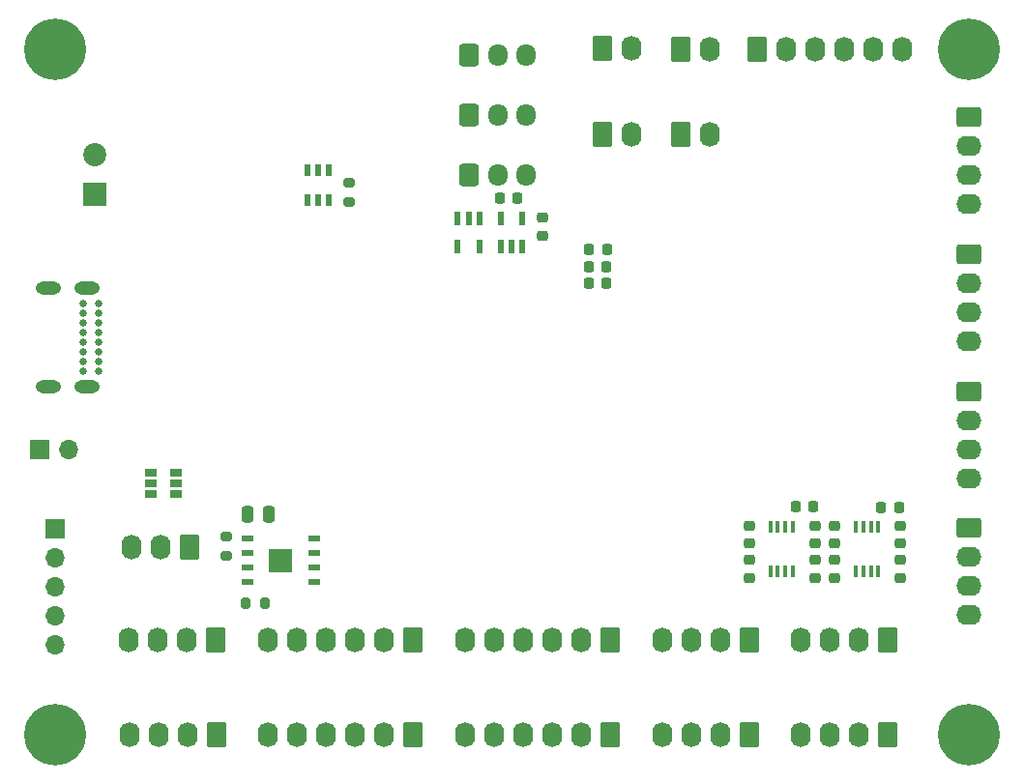
<source format=gbr>
%TF.GenerationSoftware,KiCad,Pcbnew,(6.0.0-rc1-29-g9238b27f63)*%
%TF.CreationDate,2021-12-03T12:49:23+01:00*%
%TF.ProjectId,robolympics_hub,726f626f-6c79-46d7-9069-63735f687562,rev?*%
%TF.SameCoordinates,Original*%
%TF.FileFunction,Soldermask,Bot*%
%TF.FilePolarity,Negative*%
%FSLAX46Y46*%
G04 Gerber Fmt 4.6, Leading zero omitted, Abs format (unit mm)*
G04 Created by KiCad (PCBNEW (6.0.0-rc1-29-g9238b27f63)) date 2021-12-03 12:49:23*
%MOMM*%
%LPD*%
G01*
G04 APERTURE LIST*
G04 Aperture macros list*
%AMRoundRect*
0 Rectangle with rounded corners*
0 $1 Rounding radius*
0 $2 $3 $4 $5 $6 $7 $8 $9 X,Y pos of 4 corners*
0 Add a 4 corners polygon primitive as box body*
4,1,4,$2,$3,$4,$5,$6,$7,$8,$9,$2,$3,0*
0 Add four circle primitives for the rounded corners*
1,1,$1+$1,$2,$3*
1,1,$1+$1,$4,$5*
1,1,$1+$1,$6,$7*
1,1,$1+$1,$8,$9*
0 Add four rect primitives between the rounded corners*
20,1,$1+$1,$2,$3,$4,$5,0*
20,1,$1+$1,$4,$5,$6,$7,0*
20,1,$1+$1,$6,$7,$8,$9,0*
20,1,$1+$1,$8,$9,$2,$3,0*%
G04 Aperture macros list end*
%ADD10RoundRect,0.250000X0.620000X0.845000X-0.620000X0.845000X-0.620000X-0.845000X0.620000X-0.845000X0*%
%ADD11O,1.740000X2.190000*%
%ADD12R,1.700000X1.700000*%
%ADD13O,1.700000X1.700000*%
%ADD14RoundRect,0.250000X-0.600000X-0.725000X0.600000X-0.725000X0.600000X0.725000X-0.600000X0.725000X0*%
%ADD15O,1.700000X1.950000*%
%ADD16C,5.400000*%
%ADD17RoundRect,0.250000X-0.620000X-0.845000X0.620000X-0.845000X0.620000X0.845000X-0.620000X0.845000X0*%
%ADD18RoundRect,0.250000X-0.845000X0.620000X-0.845000X-0.620000X0.845000X-0.620000X0.845000X0.620000X0*%
%ADD19O,2.190000X1.740000*%
%ADD20C,0.650000*%
%ADD21O,2.216000X1.108000*%
%ADD22R,2.025000X2.025000*%
%ADD23C,2.025000*%
%ADD24R,1.060000X0.650000*%
%ADD25R,0.450000X1.100000*%
%ADD26R,0.500000X1.250000*%
%ADD27RoundRect,0.218750X0.218750X0.256250X-0.218750X0.256250X-0.218750X-0.256250X0.218750X-0.256250X0*%
%ADD28RoundRect,0.218750X-0.218750X-0.256250X0.218750X-0.256250X0.218750X0.256250X-0.218750X0.256250X0*%
%ADD29RoundRect,0.200000X-0.275000X0.200000X-0.275000X-0.200000X0.275000X-0.200000X0.275000X0.200000X0*%
%ADD30RoundRect,0.218750X0.256250X-0.218750X0.256250X0.218750X-0.256250X0.218750X-0.256250X-0.218750X0*%
%ADD31RoundRect,0.218750X-0.256250X0.218750X-0.256250X-0.218750X0.256250X-0.218750X0.256250X0.218750X0*%
%ADD32R,0.550000X1.050000*%
%ADD33RoundRect,0.250000X-0.250000X-0.475000X0.250000X-0.475000X0.250000X0.475000X-0.250000X0.475000X0*%
%ADD34R,1.100000X0.500000*%
%ADD35R,2.000000X2.000000*%
%ADD36RoundRect,0.200000X0.200000X0.275000X-0.200000X0.275000X-0.200000X-0.275000X0.200000X-0.275000X0*%
G04 APERTURE END LIST*
D10*
%TO.C,J19*%
X174060000Y-116750000D03*
D11*
X171520000Y-116750000D03*
X168980000Y-116750000D03*
X166440000Y-116750000D03*
%TD*%
D10*
%TO.C,J23*%
X208600000Y-125000000D03*
D11*
X206060000Y-125000000D03*
X203520000Y-125000000D03*
X200980000Y-125000000D03*
X198440000Y-125000000D03*
X195900000Y-125000000D03*
%TD*%
D10*
%TO.C,J4*%
X171740000Y-108580000D03*
D11*
X169200000Y-108580000D03*
X166660000Y-108580000D03*
%TD*%
D12*
%TO.C,J3*%
X160000000Y-107000000D03*
D13*
X160000000Y-109540000D03*
X160000000Y-112080000D03*
X160000000Y-114620000D03*
X160000000Y-117160000D03*
%TD*%
D10*
%TO.C,J7*%
X220810000Y-116730000D03*
D11*
X218270000Y-116730000D03*
X215730000Y-116730000D03*
X213190000Y-116730000D03*
%TD*%
D14*
%TO.C,J9*%
X196250000Y-70750000D03*
D15*
X198750000Y-70750000D03*
X201250000Y-70750000D03*
%TD*%
D16*
%TO.C,H4*%
X160000000Y-125000000D03*
%TD*%
D17*
%TO.C,J27*%
X214730000Y-72420000D03*
D11*
X217270000Y-72420000D03*
%TD*%
D10*
%TO.C,J20*%
X220810000Y-125000000D03*
D11*
X218270000Y-125000000D03*
X215730000Y-125000000D03*
X213190000Y-125000000D03*
%TD*%
D10*
%TO.C,J22*%
X208600000Y-116750000D03*
D11*
X206060000Y-116750000D03*
X203520000Y-116750000D03*
X200980000Y-116750000D03*
X198440000Y-116750000D03*
X195900000Y-116750000D03*
%TD*%
D12*
%TO.C,J11*%
X158670000Y-100000000D03*
D13*
X161210000Y-100000000D03*
%TD*%
D18*
%TO.C,J16*%
X240000000Y-106920000D03*
D19*
X240000000Y-109460000D03*
X240000000Y-112000000D03*
X240000000Y-114540000D03*
%TD*%
D16*
%TO.C,H3*%
X160000000Y-65000000D03*
%TD*%
D20*
%TO.C,J28*%
X163775000Y-87275000D03*
X163775000Y-88125000D03*
X163775000Y-88975000D03*
X163775000Y-89825000D03*
X163775000Y-90675000D03*
X163775000Y-91525000D03*
X163775000Y-92375000D03*
X163775000Y-93225000D03*
X162425000Y-93225000D03*
X162425000Y-92375000D03*
X162425000Y-91525000D03*
X162425000Y-90675000D03*
X162425000Y-89825000D03*
X162425000Y-88975000D03*
X162425000Y-88125000D03*
X162425000Y-87275000D03*
D21*
X162795000Y-85925000D03*
X162795000Y-94575000D03*
X159415000Y-94575000D03*
X159415000Y-85925000D03*
%TD*%
D17*
%TO.C,J26*%
X207930000Y-64900000D03*
D11*
X210470000Y-64900000D03*
%TD*%
D18*
%TO.C,J12*%
X240000000Y-82920000D03*
D19*
X240000000Y-85460000D03*
X240000000Y-88000000D03*
X240000000Y-90540000D03*
%TD*%
D22*
%TO.C,J21*%
X163500000Y-77687500D03*
D23*
X163500000Y-74187500D03*
%TD*%
D16*
%TO.C,H2*%
X240000000Y-125000000D03*
%TD*%
D18*
%TO.C,J17*%
X240000000Y-70920000D03*
D19*
X240000000Y-73460000D03*
X240000000Y-76000000D03*
X240000000Y-78540000D03*
%TD*%
D10*
%TO.C,J15*%
X232870000Y-125000000D03*
D11*
X230330000Y-125000000D03*
X227790000Y-125000000D03*
X225250000Y-125000000D03*
%TD*%
D16*
%TO.C,H1*%
X240000000Y-65000000D03*
%TD*%
D17*
%TO.C,J1*%
X207930000Y-72420000D03*
D11*
X210470000Y-72420000D03*
%TD*%
D10*
%TO.C,J18*%
X174120000Y-124980000D03*
D11*
X171580000Y-124980000D03*
X169040000Y-124980000D03*
X166500000Y-124980000D03*
%TD*%
D14*
%TO.C,J10*%
X196250000Y-65500000D03*
D15*
X198750000Y-65500000D03*
X201250000Y-65500000D03*
%TD*%
D14*
%TO.C,J8*%
X196250000Y-76000000D03*
D15*
X198750000Y-76000000D03*
X201250000Y-76000000D03*
%TD*%
D17*
%TO.C,J5*%
X221450000Y-65020000D03*
D11*
X223990000Y-65020000D03*
X226530000Y-65020000D03*
X229070000Y-65020000D03*
X231610000Y-65020000D03*
X234150000Y-65020000D03*
%TD*%
D17*
%TO.C,J25*%
X214730000Y-65020000D03*
D11*
X217270000Y-65020000D03*
%TD*%
D10*
%TO.C,J24*%
X191330000Y-125000000D03*
D11*
X188790000Y-125000000D03*
X186250000Y-125000000D03*
X183710000Y-125000000D03*
X181170000Y-125000000D03*
X178630000Y-125000000D03*
%TD*%
D10*
%TO.C,J6*%
X191330000Y-116750000D03*
D11*
X188790000Y-116750000D03*
X186250000Y-116750000D03*
X183710000Y-116750000D03*
X181170000Y-116750000D03*
X178630000Y-116750000D03*
%TD*%
D18*
%TO.C,J13*%
X240000000Y-94920000D03*
D19*
X240000000Y-97460000D03*
X240000000Y-100000000D03*
X240000000Y-102540000D03*
%TD*%
D10*
%TO.C,J14*%
X232870000Y-116750000D03*
D11*
X230330000Y-116750000D03*
X227790000Y-116750000D03*
X225250000Y-116750000D03*
%TD*%
D24*
%TO.C,U4*%
X170600000Y-102050000D03*
X170600000Y-103000000D03*
X170600000Y-103950000D03*
X168400000Y-103950000D03*
X168400000Y-103000000D03*
X168400000Y-102050000D03*
%TD*%
D25*
%TO.C,IC7*%
X232075000Y-110700000D03*
X231425000Y-110700000D03*
X230775000Y-110700000D03*
X230125000Y-110700000D03*
X230125000Y-106800000D03*
X230775000Y-106800000D03*
X231425000Y-106800000D03*
X232075000Y-106800000D03*
%TD*%
D26*
%TO.C,IC4*%
X195250000Y-79775484D03*
X196200000Y-79775484D03*
X197150000Y-79775484D03*
X197150000Y-82275484D03*
X195250000Y-82275484D03*
%TD*%
D27*
%TO.C,R18*%
X208287500Y-84000000D03*
X206712500Y-84000000D03*
%TD*%
D28*
%TO.C,C17*%
X232312500Y-105100000D03*
X233887500Y-105100000D03*
%TD*%
D29*
%TO.C,R10*%
X175000000Y-107675000D03*
X175000000Y-109325000D03*
%TD*%
D30*
%TO.C,C19*%
X226500000Y-108287500D03*
X226500000Y-106712500D03*
%TD*%
D27*
%TO.C,R20*%
X208300000Y-82500000D03*
X206725000Y-82500000D03*
%TD*%
D30*
%TO.C,C20*%
X234000000Y-108287500D03*
X234000000Y-106712500D03*
%TD*%
D31*
%TO.C,C29*%
X202700000Y-79737984D03*
X202700000Y-81312984D03*
%TD*%
%TO.C,R13*%
X234000000Y-109712500D03*
X234000000Y-111287500D03*
%TD*%
D28*
%TO.C,C18*%
X224812500Y-105050000D03*
X226387500Y-105050000D03*
%TD*%
D31*
%TO.C,R12*%
X226500000Y-109712500D03*
X226500000Y-111287500D03*
%TD*%
D25*
%TO.C,IC6*%
X224575000Y-110750000D03*
X223925000Y-110750000D03*
X223275000Y-110750000D03*
X222625000Y-110750000D03*
X222625000Y-106850000D03*
X223275000Y-106850000D03*
X223925000Y-106850000D03*
X224575000Y-106850000D03*
%TD*%
D32*
%TO.C,IC3*%
X182050000Y-75600000D03*
X183000000Y-75600000D03*
X183950000Y-75600000D03*
X183950000Y-78200000D03*
X183000000Y-78200000D03*
X182050000Y-78200000D03*
%TD*%
D33*
%TO.C,C15*%
X176800000Y-105750000D03*
X178700000Y-105750000D03*
%TD*%
D26*
%TO.C,IC5*%
X200900000Y-82275484D03*
X199950000Y-82275484D03*
X199000000Y-82275484D03*
X199000000Y-79775484D03*
X200900000Y-79775484D03*
%TD*%
D27*
%TO.C,R21*%
X200487500Y-78025484D03*
X198912500Y-78025484D03*
%TD*%
D34*
%TO.C,U6*%
X182650000Y-107845000D03*
X182650000Y-109115000D03*
X182650000Y-110385000D03*
X182650000Y-111655000D03*
X176850000Y-111655000D03*
X176850000Y-110385000D03*
X176850000Y-109115000D03*
X176850000Y-107845000D03*
D35*
X179750000Y-109750000D03*
%TD*%
D30*
%TO.C,C22*%
X228250000Y-108287500D03*
X228250000Y-106712500D03*
%TD*%
%TO.C,C21*%
X220750000Y-108287500D03*
X220750000Y-106712500D03*
%TD*%
D27*
%TO.C,R19*%
X208287500Y-85500000D03*
X206712500Y-85500000D03*
%TD*%
D31*
%TO.C,R14*%
X220750000Y-109712500D03*
X220750000Y-111287500D03*
%TD*%
%TO.C,R15*%
X228250000Y-109712500D03*
X228250000Y-111287500D03*
%TD*%
D29*
%TO.C,R8*%
X185750000Y-76675000D03*
X185750000Y-78325000D03*
%TD*%
D36*
%TO.C,R22*%
X178325000Y-113500000D03*
X176675000Y-113500000D03*
%TD*%
M02*

</source>
